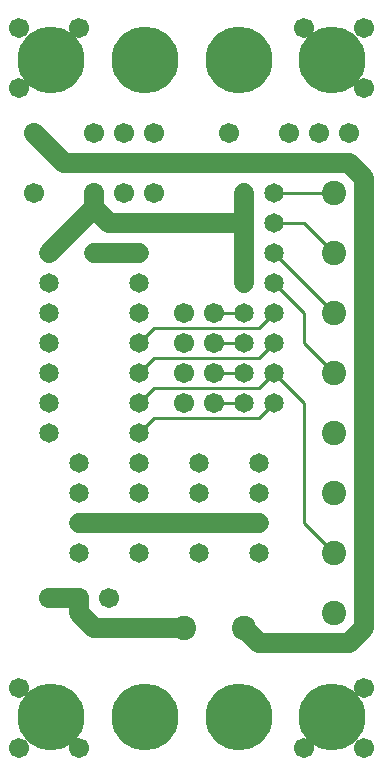
<source format=gbl>
%MOIN*%
%FSLAX25Y25*%
G04 D10 used for Character Trace; *
G04     Circle (OD=.01000) (No hole)*
G04 D11 used for Power Trace; *
G04     Circle (OD=.06700) (No hole)*
G04 D12 used for Signal Trace; *
G04     Circle (OD=.01100) (No hole)*
G04 D13 used for Via; *
G04     Circle (OD=.05800) (Round. Hole ID=.02800)*
G04 D14 used for Component hole; *
G04     Circle (OD=.06500) (Round. Hole ID=.03500)*
G04 D15 used for Component hole; *
G04     Circle (OD=.06700) (Round. Hole ID=.04300)*
G04 D16 used for Component hole; *
G04     Circle (OD=.08100) (Round. Hole ID=.05100)*
G04 D17 used for Component hole; *
G04     Circle (OD=.08900) (Round. Hole ID=.05900)*
G04 D18 used for Component hole; *
G04     Circle (OD=.11300) (Round. Hole ID=.08300)*
G04 D19 used for Component hole; *
G04     Circle (OD=.16000) (Round. Hole ID=.13000)*
G04 D20 used for Component hole; *
G04     Circle (OD=.18300) (Round. Hole ID=.15300)*
G04 D21 used for Component hole; *
G04     Circle (OD=.22291) (Round. Hole ID=.19291)*
%ADD10C,.01000*%
%ADD11C,.06700*%
%ADD12C,.01100*%
%ADD13C,.05800*%
%ADD14C,.06500*%
%ADD15C,.06700*%
%ADD16C,.08100*%
%ADD17C,.08900*%
%ADD18C,.11300*%
%ADD19C,.16000*%
%ADD20C,.18300*%
%ADD21C,.22291*%
%IPPOS*%
%LPD*%
G90*X0Y0D02*D15*X5000Y5000D03*D21*X15625Y15625D03*
D15*X5000Y25000D03*X25000Y5000D03*D11*            
X30000Y45000D02*X60000D01*D16*D03*X80000D03*D11*  
X85000Y40000D01*X115000D01*X120000Y45000D01*      
Y195000D01*X115000Y200000D01*X65000D01*D14*D03*   
D11*X20000D01*X10000Y210000D01*D15*D03*           
X5000Y225000D03*X30000Y190000D03*D11*Y185000D01*  
X15000Y170000D01*D14*D03*Y160000D03*D11*          
X35000Y180000D02*X30000Y185000D01*                
X35000Y180000D02*X65000D01*D14*D03*D11*X80000D01* 
D14*D03*D11*Y170000D01*D14*D03*D11*Y160000D01*D14*
D03*X90000Y150000D03*D12*X85000Y145000D01*        
X50000D01*X45000Y140000D01*D14*D03*D12*Y130000D02*
X50000Y135000D01*D14*X45000Y130000D03*D12*        
Y120000D02*X50000Y125000D01*D14*X45000Y120000D03* 
D12*Y110000D02*X50000Y115000D01*D14*              
X45000Y110000D03*D12*X50000Y115000D02*X85000D01*  
X90000Y120000D01*D14*D03*D12*X50000Y125000D02*    
X85000D01*D15*X60000Y120000D03*D12*               
X50000Y135000D02*X85000D01*X90000Y140000D01*D14*  
D03*D12*X100000D02*Y150000D01*X110000Y130000D02*  
X100000Y140000D01*D16*X110000Y130000D03*D12*      
X100000Y80000D02*Y120000D01*X110000Y70000D02*     
X100000Y80000D01*D16*X110000Y70000D03*Y90000D03*  
Y50000D03*D14*X85000Y90000D03*Y80000D03*D11*      
X65000D01*D14*D03*D11*X45000D01*D14*D03*D11*      
X25000D01*D14*D03*Y90000D03*Y70000D03*            
X45000Y100000D03*Y70000D03*X25000Y100000D03*      
X45000Y90000D03*D15*X15000Y55000D03*D11*X25000D01*
D15*D03*D11*Y50000D01*X30000Y45000D01*D15*        
X35000Y55000D03*D21*X46875Y15625D03*D14*          
X65000Y70000D03*Y90000D03*D21*X78125Y15625D03*D14*
X85000Y100000D03*X65000D03*X85000Y70000D03*       
X15000Y110000D03*D15*X100000Y5000D03*D12*         
Y120000D02*X90000Y130000D01*D14*D03*D12*          
X85000Y125000D01*D14*X80000Y130000D03*D12*        
X70000D01*D15*D03*D14*X80000Y120000D03*D12*       
X70000D01*D15*D03*X60000Y130000D03*D14*           
X80000Y140000D03*D12*X70000D01*D15*D03*D14*       
X80000Y150000D03*D12*X70000D01*D15*D03*           
X60000Y140000D03*Y150000D03*D14*X90000Y170000D03* 
D12*X110000Y150000D01*D16*D03*D12*X100000D02*     
X90000Y160000D01*D14*D03*D12*X110000Y170000D02*   
X100000Y180000D01*D16*X110000Y170000D03*D12*      
X90000Y180000D02*X100000D01*D14*X90000D03*        
X80000Y190000D03*D11*Y180000D01*D14*              
X90000Y190000D03*D12*X110000D01*D16*D03*D15*      
X115000Y210000D03*X105000D03*X95000D03*X75000D03* 
X120000Y225000D03*D21*X109375Y234375D03*X78125D03*
D15*X120000Y245000D03*X100000D03*X50000Y210000D03*
Y190000D03*D21*X46875Y234375D03*D14*              
X45000Y170000D03*D11*X30000D01*D13*D03*D14*       
X45000Y160000D03*D15*X10000Y190000D03*D14*        
X15000Y150000D03*D15*X40000Y190000D03*D14*        
X45000Y150000D03*X15000Y140000D03*Y130000D03*D15* 
X40000Y210000D03*X30000D03*D14*X15000Y120000D03*  
D21*X15625Y234375D03*D15*X25000Y245000D03*        
X5000D03*D16*X110000Y110000D03*D15*               
X120000Y25000D03*D21*X109375Y15625D03*D15*        
X120000Y5000D03*M02*                              

</source>
